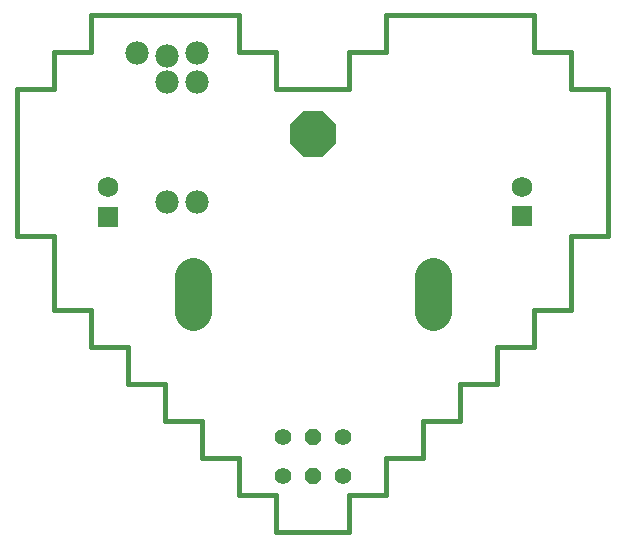
<source format=gbs>
G75*
%MOIN*%
%OFA0B0*%
%FSLAX25Y25*%
%IPPOS*%
%LPD*%
%AMOC8*
5,1,8,0,0,1.08239X$1,22.5*
%
%ADD10C,0.01600*%
%ADD11C,0.12400*%
%ADD12R,0.06900X0.06900*%
%ADD13C,0.06900*%
%ADD14C,0.07800*%
%ADD15OC8,0.15400*%
%ADD16OC8,0.05600*%
%ADD17C,0.05600*%
D10*
X0075619Y0051013D02*
X0075619Y0063316D01*
X0063316Y0063316D01*
X0063316Y0075619D01*
X0051013Y0075619D01*
X0051013Y0087922D01*
X0038709Y0087922D01*
X0038709Y0112528D01*
X0026406Y0112528D01*
X0026406Y0161741D01*
X0038709Y0161741D01*
X0038709Y0174044D01*
X0051013Y0174044D01*
X0051013Y0186347D01*
X0100225Y0186347D01*
X0100225Y0174044D01*
X0112528Y0174044D01*
X0112528Y0161741D01*
X0137135Y0161741D01*
X0137135Y0174044D01*
X0149438Y0174044D01*
X0149438Y0186347D01*
X0198650Y0186347D01*
X0198650Y0174044D01*
X0210954Y0174044D01*
X0210954Y0161741D01*
X0223257Y0161741D01*
X0223257Y0112528D01*
X0210954Y0112528D01*
X0210954Y0087922D01*
X0198650Y0087922D01*
X0198650Y0075619D01*
X0186347Y0075619D01*
X0186347Y0063316D01*
X0174044Y0063316D01*
X0174044Y0051013D01*
X0161741Y0051013D01*
X0161741Y0038709D01*
X0149438Y0038709D01*
X0149438Y0026406D01*
X0137135Y0026406D01*
X0137135Y0014103D01*
X0112528Y0014103D01*
X0112528Y0026406D01*
X0100225Y0026406D01*
X0100225Y0038709D01*
X0087922Y0038709D01*
X0087922Y0051013D01*
X0075619Y0051013D01*
D11*
X0084921Y0087242D02*
X0084921Y0099242D01*
X0164921Y0099242D02*
X0164921Y0087242D01*
D12*
X0194732Y0119122D03*
X0056801Y0118957D03*
D13*
X0056801Y0128955D03*
X0194732Y0129120D03*
D14*
X0086406Y0124103D03*
X0076406Y0124103D03*
X0076406Y0164103D03*
X0086406Y0164103D03*
X0086406Y0173777D03*
X0076406Y0172777D03*
X0066406Y0173777D03*
D15*
X0124932Y0146626D03*
D16*
X0124946Y0045573D03*
X0124946Y0032581D03*
D17*
X0134946Y0032581D03*
X0134946Y0045573D03*
X0114946Y0045573D03*
X0114946Y0032581D03*
M02*

</source>
